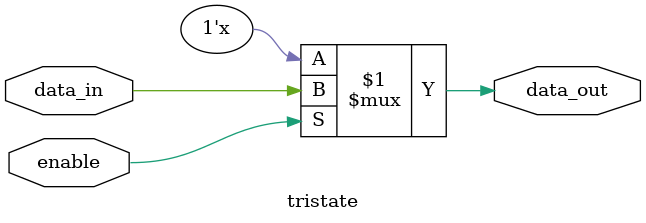
<source format=v>
module tristate(
    input  wire data_in,    // データ入力
    input  wire enable,     // イネーブル信号
    output wire data_out    // データ出力（tri-state）
);

    // bufif1: enable=1の時にdata_inを出力、enable=0の時はハイインピーダンス(Z)
    bufif1(data_out, data_in, enable);

endmodule

</source>
